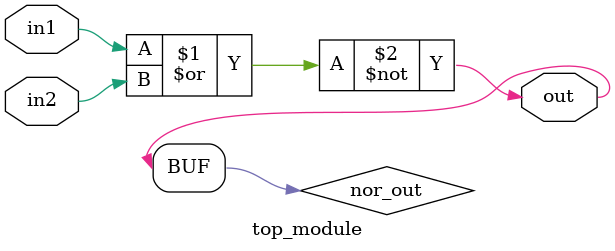
<source format=v>
module top_module (
    input in1,
    input in2,
    output out);

    wire nor_out = ~(in1 | in2);
    assign out = nor_out;

endmodule

</source>
